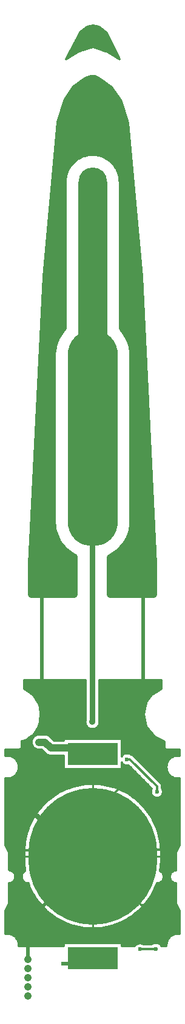
<source format=gbr>
G04 DipTrace 3.2.0.1*
G04 Top.gbr*
%MOIN*%
G04 #@! TF.FileFunction,Copper,L1,Top*
G04 #@! TF.Part,Single*
G04 #@! TA.AperFunction,CopperBalancing*
%ADD10C,0.009843*%
%ADD15C,0.011811*%
G04 #@! TA.AperFunction,Conductor*
%ADD16C,0.019685*%
G04 #@! TA.AperFunction,ViaPad*
%ADD17C,0.023622*%
%ADD18C,0.031496*%
G04 #@! TA.AperFunction,CopperBalancing*
%ADD20C,0.03937*%
%ADD31O,0.15748X1.574803*%
%ADD32O,0.275591X1.181102*%
%ADD33R,0.275591X0.122047*%
%ADD34O,0.708661X0.748031*%
G04 #@! TA.AperFunction,ComponentPad*
%ADD35C,0.041339*%
G04 #@! TA.AperFunction,ViaPad*
%ADD40C,0.035433*%
%FSLAX26Y26*%
G04*
G70*
G90*
G75*
G01*
G04 Top*
%LPD*%
X276953Y1194650D2*
D15*
Y1193844D1*
X322094D1*
X362399Y1194650D1*
X276953D2*
D16*
Y1726678D1*
D15*
X278058Y1727783D1*
X276953Y1194650D2*
Y1037891D1*
X246877Y1007815D1*
Y932387D1*
X217353Y902864D1*
X-149304D1*
X-163101D1*
X-244744Y984507D1*
Y1021793D1*
X-243178Y1020227D1*
Y1021807D1*
X-279302Y1057930D1*
Y1192207D1*
X-323018Y538857D2*
D16*
Y484513D1*
X-89490Y250984D1*
X0D1*
X-370327Y473156D2*
X-299172D1*
D15*
X-145818Y319802D1*
X-68818D1*
X0Y250984D1*
X440165Y287528D2*
X36543D1*
X0Y250984D1*
X-441566Y282871D2*
X-31887D1*
X0Y250984D1*
X-1424Y395579D2*
Y252408D1*
X0Y250984D1*
X-354331Y-312795D2*
D16*
Y-103346D1*
X0Y250984D1*
X52262Y153634D2*
D15*
X127554Y228925D1*
Y260428D1*
X512Y173562D2*
X-46214D1*
Y192126D1*
X512Y223988D2*
X-46214D1*
Y242552D1*
X-445Y-60642D2*
Y250539D1*
X454770Y-16270D2*
X267255D1*
X0Y250984D1*
X-363127Y1193844D2*
X-320295D1*
Y1192664D1*
X-279759D1*
X-279302Y1192207D1*
D16*
Y1722420D1*
D15*
X-215571D1*
X0Y250984D2*
Y476285D1*
X156068Y632353D1*
X-149304Y924613D2*
Y902864D1*
X-189105Y895238D2*
X-170727D1*
X-163101Y902864D1*
X52262Y153634D2*
Y198722D1*
X0Y250984D1*
X260762Y-258343D2*
X347769D1*
Y-256348D1*
X189068Y780400D2*
X204903D1*
X353734Y631570D1*
Y602987D1*
X-294469Y874307D2*
D20*
X-262442D1*
X-229828Y841693D1*
X-45682D1*
D15*
X-32441D1*
X0Y809252D1*
X-162852Y-336588D2*
D16*
X-109042D1*
X-79738Y-307283D1*
X0D1*
Y2535433D2*
D15*
Y3228346D1*
X-991Y985033D2*
D18*
Y2535433D1*
X0D1*
X-991Y985033D2*
D15*
D3*
D17*
X276953Y1194650D3*
X362399D3*
X-363127Y1193844D3*
X322094D3*
X-320295Y1192664D3*
X-279302Y1192207D3*
D20*
X-294469Y874307D3*
D18*
X169339Y484799D3*
D17*
X-189105Y895238D3*
X292197Y877332D3*
D40*
X-991Y985033D3*
D17*
X-149304Y924613D3*
X392828Y759764D3*
X390867Y818007D3*
X-468570Y821068D3*
X451887Y657806D3*
X466944Y818642D3*
X-347663Y836434D3*
X-384176Y864475D3*
X-145434Y678560D3*
X-464243Y652970D3*
X156068Y632353D3*
X-288993Y539026D3*
X-465661Y567533D3*
X189068Y780400D3*
X455406Y579804D3*
D18*
X-370327Y473156D3*
D17*
X-263083Y589976D3*
X136094Y538812D3*
X353734Y602987D3*
X-323018Y538857D3*
X258386Y434724D3*
X326028Y793261D3*
X-422558Y410198D3*
X-1424Y395579D3*
X468427Y391425D3*
X465375Y325106D3*
X-330736Y338289D3*
X440165Y287528D3*
X-441566Y282871D3*
X512Y223988D3*
X-54673Y204402D3*
X52262Y203638D3*
X512Y173562D3*
X52262Y153634D3*
X-53339Y152370D3*
X-1280Y120642D3*
X-122689Y-17157D3*
X119224Y-35085D3*
X454770Y-16270D3*
D18*
X-445Y-60642D3*
D17*
X-465631Y-128677D3*
X214026Y-103315D3*
X-221432Y-200259D3*
X400724Y-218823D3*
X236424Y-190526D3*
X120583Y-134556D3*
X-158928Y-120337D3*
X260762Y-258343D3*
X347769Y-256348D3*
X-162852Y-336588D3*
X-375615Y1202277D2*
D15*
X-40049D1*
X38071D2*
X375459D1*
X-375500Y1190597D2*
X-40049D1*
X38071D2*
X375507D1*
X-375361Y1178917D2*
X-40049D1*
X38071D2*
X375552D1*
X-375245Y1167238D2*
X-40049D1*
X38071D2*
X374491D1*
X-359698Y1155558D2*
X-40049D1*
X38071D2*
X356936D1*
X-342719Y1143878D2*
X-40049D1*
X38071D2*
X339358D1*
X-325764Y1132198D2*
X-40049D1*
X38071D2*
X322772D1*
X-316007Y1120518D2*
X-40049D1*
X38071D2*
X314444D1*
X-309085Y1108839D2*
X-40049D1*
X38071D2*
X306139D1*
X-302165Y1097159D2*
X-40049D1*
X38071D2*
X297811D1*
X-295245Y1085479D2*
X-40049D1*
X38071D2*
X292091D1*
X-291024Y1073799D2*
X-40049D1*
X38071D2*
X289899D1*
X-288693Y1062119D2*
X-40049D1*
X38071D2*
X287685D1*
X-286364Y1050440D2*
X-40049D1*
X38071D2*
X285470D1*
X-284010Y1038760D2*
X-40049D1*
X38071D2*
X283256D1*
X-283549Y1027080D2*
X-40049D1*
X38071D2*
X281064D1*
X-284680Y1015400D2*
X-40049D1*
X38071D2*
X282933D1*
X-285810Y1003720D2*
X-40049D1*
X38071D2*
X285193D1*
X-286940Y992041D2*
X-41386D1*
X39408D2*
X287476D1*
X-289247Y980361D2*
X-41732D1*
X39755D2*
X289738D1*
X-293423Y968681D2*
X-38503D1*
X36525D2*
X291999D1*
X-297621Y957001D2*
X-30475D1*
X28497D2*
X295528D1*
X-304472Y945322D2*
X-5399D1*
X3430D2*
X305886D1*
X-312524Y933642D2*
X316266D1*
X-320597Y921962D2*
X326625D1*
X-331139Y910282D2*
X-316962D1*
X-239950D2*
X337005D1*
X-346341Y898602D2*
X-329672D1*
X-226432D2*
X352184D1*
X-361543Y886923D2*
X-335508D1*
X-214736D2*
X-161112D1*
X161094D2*
X374606D1*
X-387680Y875243D2*
X-337446D1*
X161094D2*
X394538D1*
X-387749Y863563D2*
X-336062D1*
X161094D2*
X394491D1*
X-387841Y851883D2*
X-330941D1*
X161094D2*
X394469D1*
X-387911Y840203D2*
X-319845D1*
X161094D2*
X394445D1*
X-477163Y828524D2*
X-276961D1*
X161094D2*
X477168D1*
X-477163Y816844D2*
X-265289D1*
X161094D2*
X477168D1*
X-477163Y805164D2*
X-251354D1*
X219227D2*
X477168D1*
X-436885Y793484D2*
X-161112D1*
X232652D2*
X436867D1*
X-421682Y781804D2*
X-161112D1*
X244325D2*
X421689D1*
X-412870Y770125D2*
X-161112D1*
X255997D2*
X412877D1*
X-407542Y758445D2*
X-161112D1*
X267693D2*
X407549D1*
X-404773Y746765D2*
X-161112D1*
X161094D2*
X183369D1*
X279366D2*
X404780D1*
X-404266Y735085D2*
X-161112D1*
X161094D2*
X209390D1*
X291038D2*
X404272D1*
X-405950Y723406D2*
X221063D1*
X302711D2*
X405957D1*
X-410010Y711726D2*
X232759D1*
X314407D2*
X410016D1*
X-417022Y700046D2*
X244432D1*
X326080D2*
X417029D1*
X-428558Y688366D2*
X256104D1*
X337752D2*
X428563D1*
X-453102Y676686D2*
X267799D1*
X349448D2*
X453108D1*
X-477163Y665007D2*
X279472D1*
X361121D2*
X477168D1*
X-477163Y653327D2*
X291144D1*
X372793D2*
X477168D1*
X-477163Y641647D2*
X-65169D1*
X65176D2*
X302840D1*
X381075D2*
X477168D1*
X-477163Y629967D2*
X-113545D1*
X113550D2*
X314513D1*
X382944D2*
X477168D1*
X-477163Y618287D2*
X-145678D1*
X145685D2*
X322264D1*
X385203D2*
X477168D1*
X-477163Y606608D2*
X-171077D1*
X171083D2*
X318804D1*
X388664D2*
X477168D1*
X-477163Y594928D2*
X-192438D1*
X192421D2*
X319588D1*
X387879D2*
X477168D1*
X-477163Y583248D2*
X-210986D1*
X210969D2*
X324940D1*
X382528D2*
X477168D1*
X-477163Y571568D2*
X-227409D1*
X227416D2*
X339727D1*
X367741D2*
X477168D1*
X-477163Y559888D2*
X-242173D1*
X242156D2*
X477168D1*
X-477163Y548209D2*
X-255530D1*
X255537D2*
X477168D1*
X-477163Y536529D2*
X-267710D1*
X267717D2*
X477168D1*
X-477163Y524849D2*
X-278875D1*
X278882D2*
X477168D1*
X-477163Y513169D2*
X-289118D1*
X289125D2*
X477168D1*
X-477163Y501490D2*
X-298576D1*
X298583D2*
X477168D1*
X-477163Y489810D2*
X-307273D1*
X307278D2*
X477168D1*
X-477163Y478130D2*
X-315324D1*
X315307D2*
X477168D1*
X-477163Y466450D2*
X-322728D1*
X322735D2*
X477168D1*
X-477163Y454770D2*
X-329556D1*
X329539D2*
X477168D1*
X-477163Y443091D2*
X-335832D1*
X335837D2*
X477168D1*
X-477163Y431411D2*
X-341598D1*
X341605D2*
X477168D1*
X-477163Y419731D2*
X-346858D1*
X346865D2*
X477168D1*
X-477163Y408051D2*
X-351680D1*
X351685D2*
X477168D1*
X-477163Y396371D2*
X-356039D1*
X356022D2*
X477168D1*
X-477163Y384692D2*
X-359961D1*
X359944D2*
X477168D1*
X-477163Y373012D2*
X-363467D1*
X363450D2*
X477168D1*
X-477163Y361332D2*
X-366559D1*
X366564D2*
X477168D1*
X-477163Y349652D2*
X-369257D1*
X369264D2*
X477168D1*
X-477163Y337972D2*
X-371564D1*
X371571D2*
X477168D1*
X-477163Y326293D2*
X-373503D1*
X373508D2*
X477168D1*
X-477163Y314613D2*
X-375071D1*
X375054D2*
X477168D1*
X-473102Y302933D2*
X-376247D1*
X376253D2*
X473109D1*
X-467266Y291253D2*
X-377077D1*
X377084D2*
X467272D1*
X-461429Y279573D2*
X-377539D1*
X377522D2*
X461436D1*
X-457486Y267894D2*
X-377631D1*
X377638D2*
X457491D1*
X-457486Y256214D2*
X-377631D1*
X377638D2*
X457491D1*
X-457486Y244534D2*
X-377631D1*
X377638D2*
X457491D1*
X-457486Y232854D2*
X-377631D1*
X377638D2*
X457491D1*
X-457486Y221175D2*
X-377493D1*
X377499D2*
X457491D1*
X-457486Y209495D2*
X-377008D1*
X377014D2*
X457491D1*
X-457486Y197815D2*
X-376155D1*
X376138D2*
X457491D1*
X-457486Y186135D2*
X-374909D1*
X374916D2*
X457491D1*
X-453932Y174455D2*
X-373318D1*
X373324D2*
X453938D1*
X-432571Y162776D2*
X-382407D1*
X382390D2*
X432554D1*
X-425651Y151096D2*
X-389304D1*
X389310D2*
X425656D1*
X-423551Y139416D2*
X-391403D1*
X391409D2*
X423558D1*
X-425350Y127736D2*
X-389604D1*
X389610D2*
X425357D1*
X-431810Y116056D2*
X-383144D1*
X383151D2*
X431816D1*
X-449849Y104377D2*
X-365105D1*
X365112D2*
X449856D1*
X-457486Y92697D2*
X-351196D1*
X351201D2*
X457491D1*
X-457486Y81017D2*
X-346350D1*
X346333D2*
X457491D1*
X-457486Y69337D2*
X-341022D1*
X341005D2*
X457491D1*
X-457486Y57657D2*
X-335209D1*
X335192D2*
X457491D1*
X-457486Y45978D2*
X-328865D1*
X328871D2*
X457491D1*
X-457486Y34298D2*
X-321967D1*
X321974D2*
X457491D1*
X-457486Y22618D2*
X-314516D1*
X314499D2*
X457491D1*
X-457486Y10938D2*
X-306396D1*
X306403D2*
X457491D1*
X-457486Y-741D2*
X-297630D1*
X297613D2*
X457491D1*
X-459699Y-12421D2*
X-288102D1*
X288085D2*
X459752D1*
X-465697Y-24101D2*
X-277745D1*
X277751D2*
X465588D1*
X-471696Y-35781D2*
X-266488D1*
X266493D2*
X471424D1*
X-477623Y-47461D2*
X-254193D1*
X254198D2*
X477168D1*
X-477554Y-59140D2*
X-240697D1*
X240680D2*
X477168D1*
X-477508Y-70820D2*
X-225772D1*
X225778D2*
X477168D1*
X-477440Y-82500D2*
X-209139D1*
X209146D2*
X477168D1*
X-477370Y-94180D2*
X-190339D1*
X190345D2*
X477168D1*
X-477301Y-105860D2*
X-168655D1*
X168638D2*
X477168D1*
X-477278Y-117539D2*
X-142702D1*
X142709D2*
X477168D1*
X-477278Y-129219D2*
X-109554D1*
X109559D2*
X477168D1*
X-477278Y-140899D2*
X-57650D1*
X57656D2*
X477168D1*
X-477278Y-152579D2*
X477168D1*
X-477255Y-164259D2*
X477168D1*
X-448604Y-175938D2*
X448587D1*
X-427034Y-187618D2*
X427041D1*
X-416123Y-199298D2*
X416130D1*
X-409457Y-210978D2*
X409463D1*
X-405673Y-222657D2*
X342495D1*
X353033D2*
X405680D1*
X-404220Y-234337D2*
X-161112D1*
X161094D2*
X235596D1*
X374777D2*
X404226D1*
X-405575Y733236D2*
X-406157Y728315D1*
X-407125Y723453D1*
X-408470Y718682D1*
X-410185Y714033D1*
X-412261Y709531D1*
X-414682Y705207D1*
X-417436Y701087D1*
X-420504Y697194D1*
X-423869Y693554D1*
X-427509Y690189D1*
X-431402Y687121D1*
X-435522Y684367D1*
X-439846Y681946D1*
X-444348Y679870D1*
X-448997Y678155D1*
X-453768Y676810D1*
X-458630Y675843D1*
X-463551Y675260D1*
X-468504Y675066D1*
X-473457Y675260D1*
X-478360Y675840D1*
X-478346Y311034D1*
X-458950Y272110D1*
X-458661Y270285D1*
Y174850D1*
X-455013Y174440D1*
X-449534Y173125D1*
X-444329Y170969D1*
X-439525Y168025D1*
X-435241Y164365D1*
X-431581Y160081D1*
X-428638Y155277D1*
X-426482Y150072D1*
X-425167Y144593D1*
X-424724Y138976D1*
X-425167Y133360D1*
X-426482Y127881D1*
X-428638Y122676D1*
X-431581Y117871D1*
X-435241Y113588D1*
X-439525Y109928D1*
X-444329Y106984D1*
X-449534Y104828D1*
X-455013Y103513D1*
X-458660Y103148D1*
X-458736Y-7594D1*
X-459312Y-9350D1*
X-478807Y-47362D1*
X-478454Y-144385D1*
X-478378Y-173874D1*
X-473457Y-173291D1*
X-468504Y-173097D1*
X-463551Y-173291D1*
X-458630Y-173874D1*
X-453768Y-174841D1*
X-448997Y-176186D1*
X-444348Y-177902D1*
X-439846Y-179978D1*
X-435522Y-182399D1*
X-431402Y-185152D1*
X-427509Y-188220D1*
X-423869Y-191585D1*
X-420504Y-195226D1*
X-417436Y-199118D1*
X-414682Y-203239D1*
X-412261Y-207563D1*
X-410185Y-212064D1*
X-408470Y-216714D1*
X-407125Y-221484D1*
X-406157Y-226346D1*
X-405575Y-231268D1*
X-405480Y-238755D1*
X-159911Y-239046D1*
X-159921Y-224134D1*
X159921D1*
Y-239474D1*
X232482Y-239570D1*
X234957Y-236302D1*
X238722Y-232537D1*
X243030Y-229407D1*
X247776Y-226988D1*
X252840Y-225344D1*
X258100Y-224510D1*
X263425D1*
X268685Y-225344D1*
X273749Y-226988D1*
X278495Y-229407D1*
X279853Y-230315D1*
X326024Y-230311D1*
X330037Y-227412D1*
X334782Y-224993D1*
X339846Y-223349D1*
X345106Y-222516D1*
X350432D1*
X355692Y-223349D1*
X360756Y-224993D1*
X365501Y-227412D1*
X369810Y-230542D1*
X373575Y-234307D1*
X376705Y-238615D1*
X377280Y-239642D1*
X405491Y-239617D1*
X405575Y-231268D1*
X406157Y-226346D1*
X407125Y-221484D1*
X408470Y-216714D1*
X410185Y-212064D1*
X412261Y-207563D1*
X414682Y-203239D1*
X417436Y-199118D1*
X420504Y-195226D1*
X423869Y-191585D1*
X427509Y-188220D1*
X431402Y-185152D1*
X435522Y-182399D1*
X439846Y-179978D1*
X444348Y-177902D1*
X448997Y-176186D1*
X453768Y-174841D1*
X458630Y-173874D1*
X463551Y-173291D1*
X468504Y-173097D1*
X473457Y-173291D1*
X478360Y-173871D1*
X478346Y-47287D1*
X458950Y-8331D1*
X458661Y-6505D1*
Y103139D1*
X455013Y103513D1*
X449534Y104828D1*
X444329Y106984D1*
X439525Y109928D1*
X435241Y113588D1*
X431581Y117871D1*
X428638Y122676D1*
X426482Y127881D1*
X425167Y133360D1*
X424724Y138976D1*
X425167Y144593D1*
X426482Y150072D1*
X428638Y155277D1*
X431581Y160081D1*
X435241Y164365D1*
X439525Y168025D1*
X444329Y170969D1*
X449534Y173125D1*
X455013Y174440D1*
X458660Y174804D1*
X458727Y271164D1*
X459285Y272925D1*
X478348Y311051D1*
X478346Y675832D1*
X473457Y675260D1*
X468504Y675066D1*
X463551Y675260D1*
X458630Y675843D1*
X453768Y676810D1*
X448997Y678155D1*
X444348Y679870D1*
X439846Y681946D1*
X435522Y684367D1*
X431402Y687121D1*
X427509Y690189D1*
X423869Y693554D1*
X420504Y697194D1*
X417436Y701087D1*
X414682Y705207D1*
X412261Y709531D1*
X410185Y714033D1*
X408470Y718682D1*
X407125Y723453D1*
X406157Y728315D1*
X405575Y733236D1*
X405381Y738189D1*
X405575Y743142D1*
X406157Y748063D1*
X407125Y752925D1*
X408470Y757696D1*
X410185Y762345D1*
X412261Y766846D1*
X414682Y771171D1*
X417436Y775291D1*
X420504Y779184D1*
X423869Y782824D1*
X427509Y786189D1*
X431402Y789257D1*
X435522Y792010D1*
X439846Y794432D1*
X444348Y796508D1*
X448997Y798223D1*
X453768Y799568D1*
X458630Y800535D1*
X463551Y801118D1*
X468504Y801312D1*
X473457Y801118D1*
X478360Y800538D1*
X478318Y832706D1*
X400577Y833150D1*
X398822Y833726D1*
X397329Y834816D1*
X396248Y836314D1*
X395681Y838072D1*
X395660Y856713D1*
X395714Y876546D1*
X344374Y903423D1*
X331944Y917314D1*
X295407Y958681D1*
X294776Y960417D1*
X282157Y1026283D1*
X285550Y1044613D1*
X294303Y1090294D1*
X294970Y1091510D1*
X324996Y1133455D1*
X340479Y1143835D1*
X376797Y1167978D1*
X376572Y1213050D1*
X36890Y1213455D1*
X36902Y997345D1*
X38361Y991265D1*
X38852Y985033D1*
X38361Y978801D1*
X36902Y972720D1*
X34509Y966945D1*
X31243Y961614D1*
X27182Y956860D1*
X22428Y952799D1*
X17097Y949533D1*
X11322Y947140D1*
X5241Y945681D1*
X-991Y945190D1*
X-7223Y945681D1*
X-13303Y947140D1*
X-19079Y949533D1*
X-24409Y952799D1*
X-29164Y956860D1*
X-33224Y961614D1*
X-36491Y966945D1*
X-38883Y972720D1*
X-40343Y978801D1*
X-40833Y985033D1*
X-40343Y991265D1*
X-38862Y997402D1*
X-38865Y1213525D1*
X-376911Y1213950D1*
X-376413Y1166593D1*
X-355219Y1151669D1*
X-322352Y1128899D1*
X-321509Y1127797D1*
X-293639Y1080577D1*
X-289912Y1062314D1*
X-284173Y1032919D1*
X-288928Y984610D1*
X-300298Y953089D1*
X-327101Y914388D1*
X-341836Y902972D1*
X-363230Y886660D1*
X-380942Y880853D1*
X-388823Y878304D1*
X-389171Y837900D1*
X-389736Y836142D1*
X-390819Y834644D1*
X-392311Y833555D1*
X-394067Y832979D1*
X-412707Y832860D1*
X-478346Y832677D1*
Y800543D1*
X-473457Y801118D1*
X-468504Y801312D1*
X-463551Y801118D1*
X-458630Y800535D1*
X-453768Y799568D1*
X-448997Y798223D1*
X-444348Y796508D1*
X-439846Y794432D1*
X-435522Y792010D1*
X-431402Y789257D1*
X-427509Y786189D1*
X-423869Y782824D1*
X-420504Y779184D1*
X-417436Y775291D1*
X-414682Y771171D1*
X-412261Y766846D1*
X-410185Y762345D1*
X-408470Y757696D1*
X-407125Y752925D1*
X-406157Y748063D1*
X-405575Y743142D1*
X-405381Y738189D1*
X-405575Y733236D1*
X197983Y747681D2*
X194377Y746881D1*
X189068Y746463D1*
X183760Y746881D1*
X178581Y748125D1*
X173661Y750163D1*
X169121Y752945D1*
X165071Y756403D1*
X161613Y760453D1*
X159924Y763041D1*
X159921Y726102D1*
X-159921D1*
Y799898D1*
X-229828Y799882D1*
X-236369Y800396D1*
X-242748Y801928D1*
X-248810Y804438D1*
X-254404Y807867D1*
X-259402Y812138D1*
X-279766Y832501D1*
X-297749Y832625D1*
X-304230Y833651D1*
X-310469Y835678D1*
X-316315Y838657D1*
X-321622Y842513D1*
X-326262Y847154D1*
X-330118Y852461D1*
X-333097Y858307D1*
X-335125Y864546D1*
X-336151Y871026D1*
Y877588D1*
X-335125Y884068D1*
X-333097Y890307D1*
X-330118Y896154D1*
X-326262Y901461D1*
X-321622Y906101D1*
X-316315Y909957D1*
X-310469Y912936D1*
X-304230Y914963D1*
X-297749Y915990D1*
X-282657Y916118D1*
X-259161Y915990D1*
X-252681Y914963D1*
X-246442Y912936D1*
X-240596Y909957D1*
X-235289Y906101D1*
X-224526Y895521D1*
X-212504Y883499D1*
X-159908Y883504D1*
X-159921Y892402D1*
X159921D1*
Y797798D1*
X163262Y802441D1*
X167028Y806206D1*
X171336Y809336D1*
X176081Y811755D1*
X181146Y813399D1*
X186406Y814232D1*
X191731D1*
X196991Y813399D1*
X202055Y811755D1*
X206801Y809336D1*
X208505Y808197D1*
X211446Y807657D1*
X215630Y806298D1*
X219550Y804301D1*
X223108Y801715D1*
X241428Y783518D1*
X375049Y649774D1*
X377634Y646217D1*
X379631Y642297D1*
X380991Y638113D1*
X381678Y633769D1*
X381765Y622135D1*
X383971Y618394D1*
X386009Y613474D1*
X387253Y608295D1*
X387671Y602987D1*
X387253Y597678D1*
X386009Y592500D1*
X383971Y587580D1*
X381189Y583039D1*
X377731Y578990D1*
X373681Y575531D1*
X369140Y572749D1*
X364220Y570711D1*
X359042Y569467D1*
X353734Y569050D1*
X348425Y569467D1*
X343247Y570711D1*
X338327Y572749D1*
X333786Y575531D1*
X329736Y578990D1*
X326278Y583039D1*
X323496Y587580D1*
X321458Y592500D1*
X320214Y597678D1*
X319797Y602987D1*
X320214Y608295D1*
X321458Y613474D1*
X323496Y618394D1*
X324849Y620797D1*
X197986Y747675D1*
X-376457Y270672D2*
X-376159Y285630D1*
X-375236Y300955D1*
X-373689Y316230D1*
X-371521Y331429D1*
X-368735Y346528D1*
X-365335Y361500D1*
X-361327Y376322D1*
X-356719Y390966D1*
X-351517Y405412D1*
X-345731Y419633D1*
X-339369Y433606D1*
X-332444Y447308D1*
X-324965Y460717D1*
X-316945Y473810D1*
X-308398Y486564D1*
X-299339Y498959D1*
X-289781Y510975D1*
X-279741Y522591D1*
X-269236Y533787D1*
X-258283Y544547D1*
X-246902Y554850D1*
X-235109Y564682D1*
X-222925Y574024D1*
X-210370Y582862D1*
X-197466Y591180D1*
X-184232Y598965D1*
X-170693Y606203D1*
X-156870Y612885D1*
X-142785Y618997D1*
X-128463Y624529D1*
X-113928Y629472D1*
X-99203Y633820D1*
X-84312Y637563D1*
X-69282Y640696D1*
X-54136Y643213D1*
X-38902Y645110D1*
X-23601Y646386D1*
X-8261Y647035D1*
X7092Y647059D1*
X22433Y646457D1*
X37738Y645230D1*
X52979Y643379D1*
X68131Y640909D1*
X83172Y637823D1*
X98073Y634127D1*
X112812Y629825D1*
X127362Y624927D1*
X141702Y619440D1*
X155804Y613371D1*
X169650Y606734D1*
X183211Y599537D1*
X196469Y591793D1*
X209399Y583514D1*
X221980Y574715D1*
X234194Y565412D1*
X246017Y555617D1*
X257432Y545349D1*
X268417Y534623D1*
X278957Y523459D1*
X289033Y511874D1*
X298627Y499888D1*
X307726Y487521D1*
X316311Y474794D1*
X324371Y461726D1*
X331892Y448341D1*
X338861Y434660D1*
X345265Y420707D1*
X351096Y406504D1*
X356343Y392075D1*
X360997Y377444D1*
X365051Y362635D1*
X368497Y347673D1*
X371331Y332584D1*
X373546Y317391D1*
X375140Y302122D1*
X376112Y286799D1*
X376455Y271450D1*
X376307Y220671D1*
X375560Y205336D1*
X374189Y190043D1*
X372196Y174820D1*
X371514Y170505D1*
X375436Y168025D1*
X379719Y164365D1*
X383379Y160081D1*
X386323Y155277D1*
X388479Y150072D1*
X389794Y144593D1*
X390236Y138976D1*
X389794Y133360D1*
X388479Y127881D1*
X386323Y122676D1*
X383379Y117871D1*
X379719Y113588D1*
X375436Y109928D1*
X370631Y106984D1*
X365427Y104828D1*
X359948Y103513D1*
X354331Y103071D1*
X353946Y103087D1*
X348772Y89602D1*
X342703Y75499D1*
X336066Y61655D1*
X328870Y48093D1*
X321126Y34836D1*
X312848Y21906D1*
X304050Y9323D1*
X294745Y-2890D1*
X284951Y-14714D1*
X274684Y-26129D1*
X263958Y-37114D1*
X252794Y-47654D1*
X241210Y-57730D1*
X229223Y-67324D1*
X216857Y-76423D1*
X204129Y-85009D1*
X191062Y-93070D1*
X177676Y-100591D1*
X163996Y-107559D1*
X150042Y-113965D1*
X135840Y-119795D1*
X121411Y-125042D1*
X106780Y-129697D1*
X91971Y-133751D1*
X77009Y-137197D1*
X61920Y-140030D1*
X46728Y-142247D1*
X31458Y-143841D1*
X16135Y-144811D1*
X786Y-145156D1*
X-14566Y-144875D1*
X-29891Y-143969D1*
X-45168Y-142438D1*
X-60370Y-140285D1*
X-75471Y-137514D1*
X-90446Y-134131D1*
X-105272Y-130139D1*
X-119923Y-125546D1*
X-134373Y-120360D1*
X-148600Y-114588D1*
X-162580Y-108240D1*
X-176290Y-101329D1*
X-189706Y-93865D1*
X-202807Y-85858D1*
X-215571Y-77325D1*
X-227975Y-68278D1*
X-240001Y-58734D1*
X-251627Y-48706D1*
X-262836Y-38214D1*
X-273606Y-27273D1*
X-283923Y-15902D1*
X-293765Y-4118D1*
X-303121Y8055D1*
X-311971Y20601D1*
X-320303Y33497D1*
X-328102Y46722D1*
X-335356Y60253D1*
X-342051Y74071D1*
X-348177Y88148D1*
X-353724Y102465D1*
X-353946Y103076D1*
X-359948Y103513D1*
X-365427Y104828D1*
X-370631Y106984D1*
X-375436Y109928D1*
X-379719Y113588D1*
X-383379Y117871D1*
X-386323Y122676D1*
X-388479Y127881D1*
X-389794Y133360D1*
X-390236Y138976D1*
X-389794Y144593D1*
X-388479Y150072D1*
X-386323Y155277D1*
X-383379Y160081D1*
X-379719Y164365D1*
X-375436Y168025D1*
X-371505Y170479D1*
X-373594Y184963D1*
X-375173Y200236D1*
X-376127Y215559D1*
X-376457Y230909D1*
Y270483D1*
X0Y647102D2*
D10*
Y-145134D1*
X-376433Y250984D2*
X376433D1*
X-71035Y4464089D2*
D20*
X66995D1*
X-108248Y4424850D2*
X106647D1*
X-134228Y4385612D2*
X134961D1*
X-148832Y4346373D2*
X150857D1*
X-161715Y4307134D2*
X163273D1*
X-174562Y4267895D2*
X175689D1*
X-179478Y4228656D2*
X180676D1*
X-182995Y4189417D2*
X184157D1*
X-186547Y4150178D2*
X187638D1*
X-190063Y4110940D2*
X191083D1*
X-193580Y4071701D2*
X-95703D1*
X95718D2*
X194564D1*
X-197133Y4032462D2*
X-136037D1*
X136052D2*
X198045D1*
X-200650Y3993223D2*
X-156923D1*
X156937D2*
X201525D1*
X-204167Y3953984D2*
X-166037D1*
X166051D2*
X204970D1*
X-207719Y3914745D2*
X-166933D1*
X166912D2*
X208451D1*
X-211235Y3875507D2*
X-166933D1*
X166912D2*
X211932D1*
X-214752Y3836268D2*
X-166933D1*
X166912D2*
X215377D1*
X-218304Y3797029D2*
X-166933D1*
X166912D2*
X218857D1*
X-221822Y3757790D2*
X-166933D1*
X166912D2*
X222339D1*
X-225337Y3718551D2*
X-166933D1*
X166912D2*
X225783D1*
X-228890Y3679312D2*
X-166933D1*
X166912D2*
X229264D1*
X-232407Y3640073D2*
X-166933D1*
X166912D2*
X232744D1*
X-235924Y3600835D2*
X-166933D1*
X166912D2*
X236189D1*
X-239440Y3561596D2*
X-166933D1*
X166912D2*
X239671D1*
X-242992Y3522357D2*
X-166933D1*
X166912D2*
X243151D1*
X-246509Y3483118D2*
X-166933D1*
X166912D2*
X246596D1*
X-250026Y3443879D2*
X-166933D1*
X166912D2*
X250076D1*
X-252933Y3404640D2*
X-166933D1*
X166912D2*
X252911D1*
X-254870Y3365402D2*
X-166933D1*
X166912D2*
X254885D1*
X-256844Y3326163D2*
X-166933D1*
X166912D2*
X256858D1*
X-258818Y3286924D2*
X-166933D1*
X166912D2*
X258797D1*
X-260756Y3247685D2*
X-166933D1*
X166912D2*
X260770D1*
X-262730Y3208446D2*
X-166933D1*
X166912D2*
X262744D1*
X-264702Y3169207D2*
X-166933D1*
X166912D2*
X264681D1*
X-266640Y3129969D2*
X-174828D1*
X174843D2*
X266655D1*
X-268614Y3090730D2*
X-200881D1*
X200895D2*
X268629D1*
X-270588Y3051491D2*
X-216777D1*
X216756D2*
X270567D1*
X-272525Y3012252D2*
X-224672D1*
X224686D2*
X272539D1*
X-274499Y2973013D2*
X-225999D1*
X225978D2*
X274513D1*
X-276472Y2933774D2*
X-225999D1*
X225978D2*
X276451D1*
X-278411Y2894535D2*
X-225999D1*
X225978D2*
X278425D1*
X-280385Y2855297D2*
X-225999D1*
X225978D2*
X280399D1*
X-282358Y2816058D2*
X-225999D1*
X225978D2*
X282336D1*
X-284331Y2776819D2*
X-225999D1*
X225978D2*
X284310D1*
X-286269Y2737580D2*
X-225999D1*
X225978D2*
X286283D1*
X-288243Y2698341D2*
X-225999D1*
X225978D2*
X288222D1*
X-290217Y2659102D2*
X-225999D1*
X225978D2*
X290196D1*
X-292154Y2619864D2*
X-225999D1*
X225978D2*
X292169D1*
X-294127Y2580625D2*
X-225999D1*
X225978D2*
X294106D1*
X-296101Y2541386D2*
X-225999D1*
X225978D2*
X296080D1*
X-298039Y2502147D2*
X-225999D1*
X225978D2*
X298054D1*
X-300013Y2462908D2*
X-225999D1*
X225978D2*
X299991D1*
X-301987Y2423669D2*
X-225999D1*
X225978D2*
X301965D1*
X-303924Y2384430D2*
X-225999D1*
X225978D2*
X303938D1*
X-305898Y2345192D2*
X-225999D1*
X225978D2*
X305912D1*
X-307871Y2305953D2*
X-225999D1*
X225978D2*
X307850D1*
X-309810Y2266714D2*
X-225999D1*
X225978D2*
X309824D1*
X-311782Y2227475D2*
X-225999D1*
X225978D2*
X311798D1*
X-313756Y2188236D2*
X-225999D1*
X225978D2*
X313735D1*
X-315694Y2148997D2*
X-225999D1*
X225978D2*
X315709D1*
X-317668Y2109759D2*
X-225999D1*
X225978D2*
X317682D1*
X-319642Y2070520D2*
X-225640D1*
X225655D2*
X319619D1*
X-321579Y2031281D2*
X-219970D1*
X219949D2*
X321593D1*
X-323552Y1992042D2*
X-206657D1*
X206636D2*
X323567D1*
X-325526Y1952803D2*
X-184050D1*
X184029D2*
X325505D1*
X-327465Y1913564D2*
X-147844D1*
X147822D2*
X327479D1*
X-329438Y1874325D2*
X-104925D1*
X102930D2*
X329453D1*
X-330694Y1835087D2*
X-104925D1*
X102930D2*
X330709D1*
X-330694Y1795848D2*
X-104925D1*
X102930D2*
X330709D1*
X-330694Y1756609D2*
X-104925D1*
X102930D2*
X330709D1*
X-330694Y1717370D2*
X-104925D1*
X102930D2*
X330709D1*
X-282214Y1128787D2*
X-104925D1*
X102930D2*
X282301D1*
X-263483Y1089549D2*
X-104925D1*
X102930D2*
X263425D1*
X-254762Y1050310D2*
X-104925D1*
X102930D2*
X254741D1*
X-253579Y1011071D2*
X-104925D1*
X102930D2*
X253629D1*
X-222575Y971832D2*
X-106038D1*
X104043D2*
X259980D1*
X225978Y932593D2*
X279573D1*
X225978Y893354D2*
X312766D1*
X260749Y854115D2*
X372047D1*
X301873Y814877D2*
X381844D1*
X-358181Y775638D2*
X-331068D1*
X341094D2*
X358160D1*
X-351794Y736399D2*
X-225999D1*
X-359509Y697160D2*
X-225999D1*
X-385310Y657921D2*
X-209815D1*
X-448824Y618682D2*
X-270854D1*
X-448824Y579444D2*
X-315423D1*
X-448824Y540205D2*
X-349907D1*
X430374D2*
X448803D1*
X-448824Y500966D2*
X-377178D1*
X377194D2*
X448803D1*
X-448824Y461727D2*
X-398710D1*
X398724D2*
X448803D1*
X-448824Y422488D2*
X-415396D1*
X415411D2*
X448803D1*
X-448824Y383249D2*
X-427811D1*
X427827D2*
X448803D1*
X-448824Y344010D2*
X-436352D1*
X436331D2*
X448803D1*
X-429123Y30100D2*
X-393650D1*
X393629D2*
X429139D1*
X-429123Y-9139D2*
X-370756D1*
X370735D2*
X429139D1*
X-446635Y-48378D2*
X-341761D1*
X341776D2*
X446364D1*
X-449076Y-87617D2*
X-305016D1*
X305030D2*
X448803D1*
X-436946Y-126856D2*
X-257075D1*
X257089D2*
X436962D1*
X-376231Y-166094D2*
X-225999D1*
X291503D2*
X310936D1*
X-356056Y729339D2*
X-357097Y720543D1*
X-358825Y711857D1*
X-361230Y703333D1*
X-364295Y695024D1*
X-368003Y686982D1*
X-372331Y679253D1*
X-377251Y671890D1*
X-382734Y664934D1*
X-388745Y658430D1*
X-395249Y652419D1*
X-402205Y646936D1*
X-409568Y642016D1*
X-417297Y637688D1*
X-425339Y633980D1*
X-433648Y630915D1*
X-442172Y628510D1*
X-452748Y626559D1*
X-452756Y317077D1*
X-438236Y288051D1*
X-437035Y307476D1*
X-434877Y327568D1*
X-431794Y347541D1*
X-427794Y367349D1*
X-422887Y386951D1*
X-417081Y406308D1*
X-410391Y425377D1*
X-402828Y444117D1*
X-394411Y462488D1*
X-385156Y480453D1*
X-375084Y497972D1*
X-364215Y515009D1*
X-352573Y531526D1*
X-340184Y547491D1*
X-327071Y562866D1*
X-313264Y577622D1*
X-298793Y591727D1*
X-283686Y605150D1*
X-267978Y617862D1*
X-251699Y629837D1*
X-234887Y641051D1*
X-217577Y651478D1*
X-199804Y661096D1*
X-194066Y663979D1*
X-222047Y663976D1*
Y737790D1*
X-237983Y738076D1*
X-246088Y739035D1*
X-254092Y740627D1*
X-261946Y742843D1*
X-269604Y745668D1*
X-277014Y749084D1*
X-284135Y753072D1*
X-290921Y757606D1*
X-297329Y762659D1*
X-303344Y768222D1*
X-310728Y771650D1*
X-318732Y773241D1*
X-326587Y775457D1*
X-334244Y778282D1*
X-341655Y781698D1*
X-348776Y785686D1*
X-355562Y790220D1*
X-361970Y795273D1*
X-367963Y800812D1*
X-373503Y806806D1*
X-378555Y813214D1*
X-383089Y820000D1*
X-387091Y827150D1*
X-388866Y827364D1*
X-391871Y823845D1*
X-393051Y822839D1*
X-382734Y811444D1*
X-377251Y804488D1*
X-372331Y797125D1*
X-368003Y789396D1*
X-364295Y781354D1*
X-361230Y773045D1*
X-358825Y764521D1*
X-357097Y755835D1*
X-356056Y747039D1*
X-355709Y738189D1*
X-356056Y729339D1*
X452748Y626559D2*
X446550Y627639D1*
X448614Y618014D1*
X449500Y610524D1*
X449797Y602987D1*
X449500Y595450D1*
X448614Y587959D1*
X447142Y580562D1*
X445094Y573302D1*
X442484Y566226D1*
X439327Y559375D1*
X435640Y552794D1*
X431450Y546522D1*
X426781Y540598D1*
X421660Y535060D1*
X416122Y529940D1*
X410198Y525270D1*
X403927Y521080D1*
X397345Y517394D1*
X390495Y514236D1*
X383419Y511626D1*
X376159Y509579D1*
X368732Y508104D1*
X378071Y492970D1*
X387909Y475319D1*
X396924Y457232D1*
X405097Y438751D1*
X412409Y419912D1*
X418846Y400756D1*
X424394Y381324D1*
X429041Y361657D1*
X432777Y341798D1*
X435593Y321787D1*
X437486Y301668D1*
X438236Y288060D1*
X452764Y317106D1*
X452756Y626503D1*
X357085Y755731D2*
X358825Y764521D1*
X361230Y773045D1*
X364295Y781354D1*
X368003Y789396D1*
X372331Y797125D1*
X377251Y804488D1*
X382734Y811444D1*
X388745Y817948D1*
X393547Y822386D1*
X390335Y825526D1*
X380138Y840177D1*
X378255Y844403D1*
X375415Y856652D1*
X364573Y862291D1*
X327119Y882916D1*
X324806Y884962D1*
X288862Y922459D1*
X287266Y925104D1*
X264198Y971643D1*
X263467Y974644D1*
X255390Y1025957D1*
X255592Y1029039D1*
X263249Y1080415D1*
X264365Y1083295D1*
X287052Y1130021D1*
X288979Y1132436D1*
X311066Y1156047D1*
X99033Y1155941D1*
X99009Y1004937D1*
X100663Y993033D1*
X100978Y985033D1*
X100663Y977033D1*
X99722Y969081D1*
X98160Y961228D1*
X96268Y954516D1*
X222047Y954528D1*
Y870594D1*
X231423Y866572D1*
X239404Y863696D1*
X245833Y860731D1*
X252010Y857272D1*
X257896Y853340D1*
X263455Y848957D1*
X275150Y837656D1*
X357083Y755723D1*
X-452818Y-124583D2*
X-442172Y-126542D1*
X-433648Y-128946D1*
X-425339Y-132012D1*
X-417297Y-135719D1*
X-409568Y-140047D1*
X-402205Y-144967D1*
X-395249Y-150450D1*
X-388745Y-156462D1*
X-382734Y-162966D1*
X-377251Y-169921D1*
X-372734Y-176681D1*
X-222080Y-176837D1*
X-222047Y-162008D1*
X-194093D1*
X-212957Y-152112D1*
X-230392Y-141895D1*
X-247339Y-130886D1*
X-263760Y-119109D1*
X-279621Y-106587D1*
X-294888Y-93348D1*
X-309530Y-79419D1*
X-323514Y-64831D1*
X-336812Y-49614D1*
X-349395Y-33802D1*
X-361235Y-17425D1*
X-372308Y-521D1*
X-382592Y16874D1*
X-392063Y34726D1*
X-400476Y52490D1*
X-407427Y56643D1*
X-416125Y51630D1*
X-423115Y48407D1*
X-433085Y44967D1*
X-433135Y-11102D1*
X-434050Y-15639D1*
X-435240Y-18490D1*
X-453180Y-53471D1*
X-452795Y-124490D1*
X380357Y-165982D2*
X388745Y-156462D1*
X395249Y-150450D1*
X402205Y-144967D1*
X409568Y-140047D1*
X417297Y-135719D1*
X425339Y-132012D1*
X433648Y-128946D1*
X442172Y-126542D1*
X452748Y-124591D1*
X452756Y-53307D1*
X434034Y-15377D1*
X433131Y-10839D1*
X433071Y44927D1*
X423115Y48407D1*
X416125Y51630D1*
X407534Y56643D1*
X400488Y52555D1*
X392837Y36276D1*
X383436Y18387D1*
X373222Y951D1*
X362215Y-15996D1*
X350438Y-32419D1*
X337919Y-48282D1*
X324682Y-63551D1*
X310755Y-78194D1*
X296169Y-92180D1*
X280954Y-105479D1*
X265142Y-118063D1*
X248768Y-129907D1*
X231865Y-140982D1*
X214470Y-151268D1*
X196621Y-160740D1*
X194068Y-162009D1*
X222047Y-162008D1*
Y-170441D1*
X231077Y-166982D1*
X238337Y-164934D1*
X245735Y-163462D1*
X253226Y-162576D1*
X260762Y-162280D1*
X268299Y-162576D1*
X275790Y-163462D1*
X283188Y-164934D1*
X293738Y-168194D1*
X309601Y-168185D1*
X318084Y-164987D1*
X325344Y-162940D1*
X332741Y-161467D1*
X340232Y-160581D1*
X347769Y-160285D1*
X355306Y-160581D1*
X362797Y-161467D1*
X370194Y-162940D1*
X380247Y-166017D1*
X-98249Y954516D2*
X-100142Y961228D1*
X-101703Y969081D1*
X-102644Y977033D1*
X-102959Y985033D1*
X-102644Y993033D1*
X-100990Y1004573D1*
X-100991Y1155806D1*
X-310765Y1155734D1*
X-286933Y1129864D1*
X-285387Y1127189D1*
X-263127Y1080042D1*
X-262458Y1077026D1*
X-255392Y1025369D1*
X-255660Y1022291D1*
X-263004Y978223D1*
X-254287Y977924D1*
X-246182Y976965D1*
X-238178Y975373D1*
X-230324Y973157D1*
X-222667Y970332D1*
X-215256Y966916D1*
X-208135Y962928D1*
X-201324Y958374D1*
X-194488Y954528D1*
X-98282D1*
X-162942Y3936986D2*
X-162581Y3948566D1*
X-161673Y3957705D1*
X-160251Y3966780D1*
X-158319Y3975760D1*
X-155885Y3984615D1*
X-152955Y3993322D1*
X-149539Y4001848D1*
X-145650Y4010169D1*
X-141298Y4018257D1*
X-136496Y4026088D1*
X-131261Y4033635D1*
X-125610Y4040875D1*
X-119559Y4047787D1*
X-113130Y4054345D1*
X-106340Y4060531D1*
X-99213Y4066327D1*
X-91770Y4071710D1*
X-84037Y4076665D1*
X-76037Y4081177D1*
X-67795Y4085232D1*
X-59337Y4088815D1*
X-50692Y4091917D1*
X-41886Y4094526D1*
X-32946Y4096635D1*
X-23902Y4098238D1*
X-14781Y4099328D1*
X-5614Y4099903D1*
X3571Y4099961D1*
X12744Y4099501D1*
X21878Y4098525D1*
X30941Y4097037D1*
X39907Y4095039D1*
X48745Y4092541D1*
X57429Y4089547D1*
X65930Y4086070D1*
X74223Y4082119D1*
X82280Y4077709D1*
X90075Y4072850D1*
X97584Y4067560D1*
X104782Y4061856D1*
X111650Y4055755D1*
X118161Y4049277D1*
X124298Y4042442D1*
X130039Y4035274D1*
X135369Y4027793D1*
X140268Y4020022D1*
X144720Y4011990D1*
X148715Y4003718D1*
X152236Y3995235D1*
X155276Y3986567D1*
X157820Y3977741D1*
X159864Y3968787D1*
X161400Y3959731D1*
X162424Y3950604D1*
X162992Y3937008D1*
Y3138979D1*
X170105Y3130909D1*
X181319Y3116362D1*
X191293Y3100938D1*
X199957Y3084743D1*
X207252Y3067886D1*
X213130Y3050484D1*
X217549Y3032656D1*
X220480Y3014525D1*
X221903Y2996213D1*
X222047Y2942257D1*
X221857Y2073493D1*
X220339Y2055189D1*
X217314Y2037072D1*
X212801Y2019268D1*
X206832Y2001898D1*
X199449Y1985079D1*
X190699Y1968929D1*
X180646Y1953558D1*
X169357Y1939070D1*
X156908Y1925563D1*
X143386Y1913133D1*
X128883Y1901862D1*
X113499Y1891829D1*
X99029Y1883970D1*
X99009Y1684009D1*
X334660Y1684396D1*
X334646Y1848928D1*
X256047Y3420886D1*
X181752Y4261201D1*
X145068Y4377051D1*
X95671Y4445559D1*
X34789Y4491133D1*
X9420Y4503182D1*
X-9379Y4503301D1*
X-34029Y4492631D1*
X-95812Y4449567D1*
X-141630Y4380367D1*
X-180416Y4262076D1*
X-256049Y3420877D1*
X-334647Y1848903D1*
X-334646Y1683230D1*
X-100972Y1683639D1*
X-100991Y1884900D1*
X-113997Y1892126D1*
X-129356Y1902199D1*
X-143829Y1913508D1*
X-157319Y1925974D1*
X-169732Y1939513D1*
X-180983Y1954030D1*
X-190996Y1969428D1*
X-199703Y1985601D1*
X-207043Y2002438D1*
X-212966Y2019824D1*
X-217432Y2037640D1*
X-220411Y2055765D1*
X-221881Y2074073D1*
X-222047Y2119423D1*
X-221832Y2997953D1*
X-220266Y3016253D1*
X-217193Y3034362D1*
X-212634Y3052155D1*
X-206621Y3069509D1*
X-199193Y3086308D1*
X-190402Y3102436D1*
X-180308Y3117781D1*
X-168980Y3132239D1*
X-162997Y3138971D1*
X-162992Y3936936D1*
X-30783Y4782661D2*
D15*
X37583D1*
X-46954Y4770982D2*
X52738D1*
X-63126Y4759302D2*
X67871D1*
X-73045Y4747622D2*
X78182D1*
X-79112Y4735942D2*
X84064D1*
X-85156Y4724262D2*
X89948D1*
X-91223Y4712583D2*
X95829D1*
X-97266Y4700903D2*
X101713D1*
X-103333Y4689223D2*
X107594D1*
X-109378Y4677543D2*
X113478D1*
X-115445Y4665864D2*
X-32500D1*
X34915D2*
X119360D1*
X-121488Y4654184D2*
X-70609D1*
X71802D2*
X125241D1*
X-127555Y4642504D2*
X-93285D1*
X94846D2*
X131125D1*
X-133600Y4630824D2*
X-112571D1*
X114870D2*
X137007D1*
X-139667Y4619144D2*
X-131856D1*
X134894D2*
X142890D1*
X-70492Y4754832D2*
X-145503Y4610168D1*
X-76100Y4652114D1*
X888Y4675656D1*
X2736Y4675625D1*
X71056Y4654045D1*
X77501Y4651927D1*
X148391Y4610588D1*
X76287Y4753717D1*
X35646Y4785072D1*
X-509Y4794106D1*
X-28509Y4785156D1*
X-70475Y4754845D1*
D31*
X0Y3228346D3*
D32*
Y2535433D3*
D33*
Y809252D3*
Y-307283D3*
D34*
Y250984D3*
D35*
X-354331Y-412795D3*
Y-362795D3*
Y-462795D3*
Y-312795D3*
Y-462795D3*
Y-412795D3*
Y-512795D3*
Y-362795D3*
M02*

</source>
